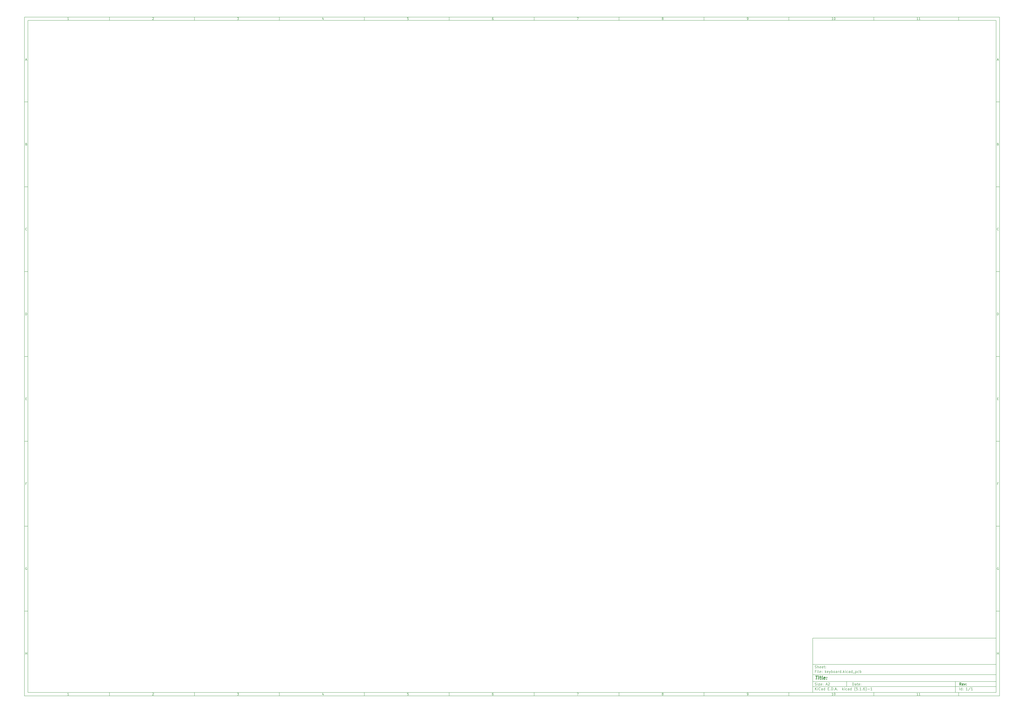
<source format=gbr>
G04 #@! TF.GenerationSoftware,KiCad,Pcbnew,(5.1.6)-1*
G04 #@! TF.CreationDate,2020-10-04T22:42:35-04:00*
G04 #@! TF.ProjectId,keyboard,6b657962-6f61-4726-942e-6b696361645f,rev?*
G04 #@! TF.SameCoordinates,Original*
G04 #@! TF.FileFunction,Glue,Top*
G04 #@! TF.FilePolarity,Positive*
%FSLAX46Y46*%
G04 Gerber Fmt 4.6, Leading zero omitted, Abs format (unit mm)*
G04 Created by KiCad (PCBNEW (5.1.6)-1) date 2020-10-04 22:42:35*
%MOMM*%
%LPD*%
G01*
G04 APERTURE LIST*
%ADD10C,0.100000*%
%ADD11C,0.150000*%
%ADD12C,0.300000*%
%ADD13C,0.400000*%
G04 APERTURE END LIST*
D10*
D11*
X474004400Y-375989000D02*
X474004400Y-407989000D01*
X582004400Y-407989000D01*
X582004400Y-375989000D01*
X474004400Y-375989000D01*
D10*
D11*
X10000000Y-10000000D02*
X10000000Y-409989000D01*
X584004400Y-409989000D01*
X584004400Y-10000000D01*
X10000000Y-10000000D01*
D10*
D11*
X12000000Y-12000000D02*
X12000000Y-407989000D01*
X582004400Y-407989000D01*
X582004400Y-12000000D01*
X12000000Y-12000000D01*
D10*
D11*
X60000000Y-12000000D02*
X60000000Y-10000000D01*
D10*
D11*
X110000000Y-12000000D02*
X110000000Y-10000000D01*
D10*
D11*
X160000000Y-12000000D02*
X160000000Y-10000000D01*
D10*
D11*
X210000000Y-12000000D02*
X210000000Y-10000000D01*
D10*
D11*
X260000000Y-12000000D02*
X260000000Y-10000000D01*
D10*
D11*
X310000000Y-12000000D02*
X310000000Y-10000000D01*
D10*
D11*
X360000000Y-12000000D02*
X360000000Y-10000000D01*
D10*
D11*
X410000000Y-12000000D02*
X410000000Y-10000000D01*
D10*
D11*
X460000000Y-12000000D02*
X460000000Y-10000000D01*
D10*
D11*
X510000000Y-12000000D02*
X510000000Y-10000000D01*
D10*
D11*
X560000000Y-12000000D02*
X560000000Y-10000000D01*
D10*
D11*
X36065476Y-11588095D02*
X35322619Y-11588095D01*
X35694047Y-11588095D02*
X35694047Y-10288095D01*
X35570238Y-10473809D01*
X35446428Y-10597619D01*
X35322619Y-10659523D01*
D10*
D11*
X85322619Y-10411904D02*
X85384523Y-10350000D01*
X85508333Y-10288095D01*
X85817857Y-10288095D01*
X85941666Y-10350000D01*
X86003571Y-10411904D01*
X86065476Y-10535714D01*
X86065476Y-10659523D01*
X86003571Y-10845238D01*
X85260714Y-11588095D01*
X86065476Y-11588095D01*
D10*
D11*
X135260714Y-10288095D02*
X136065476Y-10288095D01*
X135632142Y-10783333D01*
X135817857Y-10783333D01*
X135941666Y-10845238D01*
X136003571Y-10907142D01*
X136065476Y-11030952D01*
X136065476Y-11340476D01*
X136003571Y-11464285D01*
X135941666Y-11526190D01*
X135817857Y-11588095D01*
X135446428Y-11588095D01*
X135322619Y-11526190D01*
X135260714Y-11464285D01*
D10*
D11*
X185941666Y-10721428D02*
X185941666Y-11588095D01*
X185632142Y-10226190D02*
X185322619Y-11154761D01*
X186127380Y-11154761D01*
D10*
D11*
X236003571Y-10288095D02*
X235384523Y-10288095D01*
X235322619Y-10907142D01*
X235384523Y-10845238D01*
X235508333Y-10783333D01*
X235817857Y-10783333D01*
X235941666Y-10845238D01*
X236003571Y-10907142D01*
X236065476Y-11030952D01*
X236065476Y-11340476D01*
X236003571Y-11464285D01*
X235941666Y-11526190D01*
X235817857Y-11588095D01*
X235508333Y-11588095D01*
X235384523Y-11526190D01*
X235322619Y-11464285D01*
D10*
D11*
X285941666Y-10288095D02*
X285694047Y-10288095D01*
X285570238Y-10350000D01*
X285508333Y-10411904D01*
X285384523Y-10597619D01*
X285322619Y-10845238D01*
X285322619Y-11340476D01*
X285384523Y-11464285D01*
X285446428Y-11526190D01*
X285570238Y-11588095D01*
X285817857Y-11588095D01*
X285941666Y-11526190D01*
X286003571Y-11464285D01*
X286065476Y-11340476D01*
X286065476Y-11030952D01*
X286003571Y-10907142D01*
X285941666Y-10845238D01*
X285817857Y-10783333D01*
X285570238Y-10783333D01*
X285446428Y-10845238D01*
X285384523Y-10907142D01*
X285322619Y-11030952D01*
D10*
D11*
X335260714Y-10288095D02*
X336127380Y-10288095D01*
X335570238Y-11588095D01*
D10*
D11*
X385570238Y-10845238D02*
X385446428Y-10783333D01*
X385384523Y-10721428D01*
X385322619Y-10597619D01*
X385322619Y-10535714D01*
X385384523Y-10411904D01*
X385446428Y-10350000D01*
X385570238Y-10288095D01*
X385817857Y-10288095D01*
X385941666Y-10350000D01*
X386003571Y-10411904D01*
X386065476Y-10535714D01*
X386065476Y-10597619D01*
X386003571Y-10721428D01*
X385941666Y-10783333D01*
X385817857Y-10845238D01*
X385570238Y-10845238D01*
X385446428Y-10907142D01*
X385384523Y-10969047D01*
X385322619Y-11092857D01*
X385322619Y-11340476D01*
X385384523Y-11464285D01*
X385446428Y-11526190D01*
X385570238Y-11588095D01*
X385817857Y-11588095D01*
X385941666Y-11526190D01*
X386003571Y-11464285D01*
X386065476Y-11340476D01*
X386065476Y-11092857D01*
X386003571Y-10969047D01*
X385941666Y-10907142D01*
X385817857Y-10845238D01*
D10*
D11*
X435446428Y-11588095D02*
X435694047Y-11588095D01*
X435817857Y-11526190D01*
X435879761Y-11464285D01*
X436003571Y-11278571D01*
X436065476Y-11030952D01*
X436065476Y-10535714D01*
X436003571Y-10411904D01*
X435941666Y-10350000D01*
X435817857Y-10288095D01*
X435570238Y-10288095D01*
X435446428Y-10350000D01*
X435384523Y-10411904D01*
X435322619Y-10535714D01*
X435322619Y-10845238D01*
X435384523Y-10969047D01*
X435446428Y-11030952D01*
X435570238Y-11092857D01*
X435817857Y-11092857D01*
X435941666Y-11030952D01*
X436003571Y-10969047D01*
X436065476Y-10845238D01*
D10*
D11*
X486065476Y-11588095D02*
X485322619Y-11588095D01*
X485694047Y-11588095D02*
X485694047Y-10288095D01*
X485570238Y-10473809D01*
X485446428Y-10597619D01*
X485322619Y-10659523D01*
X486870238Y-10288095D02*
X486994047Y-10288095D01*
X487117857Y-10350000D01*
X487179761Y-10411904D01*
X487241666Y-10535714D01*
X487303571Y-10783333D01*
X487303571Y-11092857D01*
X487241666Y-11340476D01*
X487179761Y-11464285D01*
X487117857Y-11526190D01*
X486994047Y-11588095D01*
X486870238Y-11588095D01*
X486746428Y-11526190D01*
X486684523Y-11464285D01*
X486622619Y-11340476D01*
X486560714Y-11092857D01*
X486560714Y-10783333D01*
X486622619Y-10535714D01*
X486684523Y-10411904D01*
X486746428Y-10350000D01*
X486870238Y-10288095D01*
D10*
D11*
X536065476Y-11588095D02*
X535322619Y-11588095D01*
X535694047Y-11588095D02*
X535694047Y-10288095D01*
X535570238Y-10473809D01*
X535446428Y-10597619D01*
X535322619Y-10659523D01*
X537303571Y-11588095D02*
X536560714Y-11588095D01*
X536932142Y-11588095D02*
X536932142Y-10288095D01*
X536808333Y-10473809D01*
X536684523Y-10597619D01*
X536560714Y-10659523D01*
D10*
D11*
X60000000Y-407989000D02*
X60000000Y-409989000D01*
D10*
D11*
X110000000Y-407989000D02*
X110000000Y-409989000D01*
D10*
D11*
X160000000Y-407989000D02*
X160000000Y-409989000D01*
D10*
D11*
X210000000Y-407989000D02*
X210000000Y-409989000D01*
D10*
D11*
X260000000Y-407989000D02*
X260000000Y-409989000D01*
D10*
D11*
X310000000Y-407989000D02*
X310000000Y-409989000D01*
D10*
D11*
X360000000Y-407989000D02*
X360000000Y-409989000D01*
D10*
D11*
X410000000Y-407989000D02*
X410000000Y-409989000D01*
D10*
D11*
X460000000Y-407989000D02*
X460000000Y-409989000D01*
D10*
D11*
X510000000Y-407989000D02*
X510000000Y-409989000D01*
D10*
D11*
X560000000Y-407989000D02*
X560000000Y-409989000D01*
D10*
D11*
X36065476Y-409577095D02*
X35322619Y-409577095D01*
X35694047Y-409577095D02*
X35694047Y-408277095D01*
X35570238Y-408462809D01*
X35446428Y-408586619D01*
X35322619Y-408648523D01*
D10*
D11*
X85322619Y-408400904D02*
X85384523Y-408339000D01*
X85508333Y-408277095D01*
X85817857Y-408277095D01*
X85941666Y-408339000D01*
X86003571Y-408400904D01*
X86065476Y-408524714D01*
X86065476Y-408648523D01*
X86003571Y-408834238D01*
X85260714Y-409577095D01*
X86065476Y-409577095D01*
D10*
D11*
X135260714Y-408277095D02*
X136065476Y-408277095D01*
X135632142Y-408772333D01*
X135817857Y-408772333D01*
X135941666Y-408834238D01*
X136003571Y-408896142D01*
X136065476Y-409019952D01*
X136065476Y-409329476D01*
X136003571Y-409453285D01*
X135941666Y-409515190D01*
X135817857Y-409577095D01*
X135446428Y-409577095D01*
X135322619Y-409515190D01*
X135260714Y-409453285D01*
D10*
D11*
X185941666Y-408710428D02*
X185941666Y-409577095D01*
X185632142Y-408215190D02*
X185322619Y-409143761D01*
X186127380Y-409143761D01*
D10*
D11*
X236003571Y-408277095D02*
X235384523Y-408277095D01*
X235322619Y-408896142D01*
X235384523Y-408834238D01*
X235508333Y-408772333D01*
X235817857Y-408772333D01*
X235941666Y-408834238D01*
X236003571Y-408896142D01*
X236065476Y-409019952D01*
X236065476Y-409329476D01*
X236003571Y-409453285D01*
X235941666Y-409515190D01*
X235817857Y-409577095D01*
X235508333Y-409577095D01*
X235384523Y-409515190D01*
X235322619Y-409453285D01*
D10*
D11*
X285941666Y-408277095D02*
X285694047Y-408277095D01*
X285570238Y-408339000D01*
X285508333Y-408400904D01*
X285384523Y-408586619D01*
X285322619Y-408834238D01*
X285322619Y-409329476D01*
X285384523Y-409453285D01*
X285446428Y-409515190D01*
X285570238Y-409577095D01*
X285817857Y-409577095D01*
X285941666Y-409515190D01*
X286003571Y-409453285D01*
X286065476Y-409329476D01*
X286065476Y-409019952D01*
X286003571Y-408896142D01*
X285941666Y-408834238D01*
X285817857Y-408772333D01*
X285570238Y-408772333D01*
X285446428Y-408834238D01*
X285384523Y-408896142D01*
X285322619Y-409019952D01*
D10*
D11*
X335260714Y-408277095D02*
X336127380Y-408277095D01*
X335570238Y-409577095D01*
D10*
D11*
X385570238Y-408834238D02*
X385446428Y-408772333D01*
X385384523Y-408710428D01*
X385322619Y-408586619D01*
X385322619Y-408524714D01*
X385384523Y-408400904D01*
X385446428Y-408339000D01*
X385570238Y-408277095D01*
X385817857Y-408277095D01*
X385941666Y-408339000D01*
X386003571Y-408400904D01*
X386065476Y-408524714D01*
X386065476Y-408586619D01*
X386003571Y-408710428D01*
X385941666Y-408772333D01*
X385817857Y-408834238D01*
X385570238Y-408834238D01*
X385446428Y-408896142D01*
X385384523Y-408958047D01*
X385322619Y-409081857D01*
X385322619Y-409329476D01*
X385384523Y-409453285D01*
X385446428Y-409515190D01*
X385570238Y-409577095D01*
X385817857Y-409577095D01*
X385941666Y-409515190D01*
X386003571Y-409453285D01*
X386065476Y-409329476D01*
X386065476Y-409081857D01*
X386003571Y-408958047D01*
X385941666Y-408896142D01*
X385817857Y-408834238D01*
D10*
D11*
X435446428Y-409577095D02*
X435694047Y-409577095D01*
X435817857Y-409515190D01*
X435879761Y-409453285D01*
X436003571Y-409267571D01*
X436065476Y-409019952D01*
X436065476Y-408524714D01*
X436003571Y-408400904D01*
X435941666Y-408339000D01*
X435817857Y-408277095D01*
X435570238Y-408277095D01*
X435446428Y-408339000D01*
X435384523Y-408400904D01*
X435322619Y-408524714D01*
X435322619Y-408834238D01*
X435384523Y-408958047D01*
X435446428Y-409019952D01*
X435570238Y-409081857D01*
X435817857Y-409081857D01*
X435941666Y-409019952D01*
X436003571Y-408958047D01*
X436065476Y-408834238D01*
D10*
D11*
X486065476Y-409577095D02*
X485322619Y-409577095D01*
X485694047Y-409577095D02*
X485694047Y-408277095D01*
X485570238Y-408462809D01*
X485446428Y-408586619D01*
X485322619Y-408648523D01*
X486870238Y-408277095D02*
X486994047Y-408277095D01*
X487117857Y-408339000D01*
X487179761Y-408400904D01*
X487241666Y-408524714D01*
X487303571Y-408772333D01*
X487303571Y-409081857D01*
X487241666Y-409329476D01*
X487179761Y-409453285D01*
X487117857Y-409515190D01*
X486994047Y-409577095D01*
X486870238Y-409577095D01*
X486746428Y-409515190D01*
X486684523Y-409453285D01*
X486622619Y-409329476D01*
X486560714Y-409081857D01*
X486560714Y-408772333D01*
X486622619Y-408524714D01*
X486684523Y-408400904D01*
X486746428Y-408339000D01*
X486870238Y-408277095D01*
D10*
D11*
X536065476Y-409577095D02*
X535322619Y-409577095D01*
X535694047Y-409577095D02*
X535694047Y-408277095D01*
X535570238Y-408462809D01*
X535446428Y-408586619D01*
X535322619Y-408648523D01*
X537303571Y-409577095D02*
X536560714Y-409577095D01*
X536932142Y-409577095D02*
X536932142Y-408277095D01*
X536808333Y-408462809D01*
X536684523Y-408586619D01*
X536560714Y-408648523D01*
D10*
D11*
X10000000Y-60000000D02*
X12000000Y-60000000D01*
D10*
D11*
X10000000Y-110000000D02*
X12000000Y-110000000D01*
D10*
D11*
X10000000Y-160000000D02*
X12000000Y-160000000D01*
D10*
D11*
X10000000Y-210000000D02*
X12000000Y-210000000D01*
D10*
D11*
X10000000Y-260000000D02*
X12000000Y-260000000D01*
D10*
D11*
X10000000Y-310000000D02*
X12000000Y-310000000D01*
D10*
D11*
X10000000Y-360000000D02*
X12000000Y-360000000D01*
D10*
D11*
X10690476Y-35216666D02*
X11309523Y-35216666D01*
X10566666Y-35588095D02*
X11000000Y-34288095D01*
X11433333Y-35588095D01*
D10*
D11*
X11092857Y-84907142D02*
X11278571Y-84969047D01*
X11340476Y-85030952D01*
X11402380Y-85154761D01*
X11402380Y-85340476D01*
X11340476Y-85464285D01*
X11278571Y-85526190D01*
X11154761Y-85588095D01*
X10659523Y-85588095D01*
X10659523Y-84288095D01*
X11092857Y-84288095D01*
X11216666Y-84350000D01*
X11278571Y-84411904D01*
X11340476Y-84535714D01*
X11340476Y-84659523D01*
X11278571Y-84783333D01*
X11216666Y-84845238D01*
X11092857Y-84907142D01*
X10659523Y-84907142D01*
D10*
D11*
X11402380Y-135464285D02*
X11340476Y-135526190D01*
X11154761Y-135588095D01*
X11030952Y-135588095D01*
X10845238Y-135526190D01*
X10721428Y-135402380D01*
X10659523Y-135278571D01*
X10597619Y-135030952D01*
X10597619Y-134845238D01*
X10659523Y-134597619D01*
X10721428Y-134473809D01*
X10845238Y-134350000D01*
X11030952Y-134288095D01*
X11154761Y-134288095D01*
X11340476Y-134350000D01*
X11402380Y-134411904D01*
D10*
D11*
X10659523Y-185588095D02*
X10659523Y-184288095D01*
X10969047Y-184288095D01*
X11154761Y-184350000D01*
X11278571Y-184473809D01*
X11340476Y-184597619D01*
X11402380Y-184845238D01*
X11402380Y-185030952D01*
X11340476Y-185278571D01*
X11278571Y-185402380D01*
X11154761Y-185526190D01*
X10969047Y-185588095D01*
X10659523Y-185588095D01*
D10*
D11*
X10721428Y-234907142D02*
X11154761Y-234907142D01*
X11340476Y-235588095D02*
X10721428Y-235588095D01*
X10721428Y-234288095D01*
X11340476Y-234288095D01*
D10*
D11*
X11185714Y-284907142D02*
X10752380Y-284907142D01*
X10752380Y-285588095D02*
X10752380Y-284288095D01*
X11371428Y-284288095D01*
D10*
D11*
X11340476Y-334350000D02*
X11216666Y-334288095D01*
X11030952Y-334288095D01*
X10845238Y-334350000D01*
X10721428Y-334473809D01*
X10659523Y-334597619D01*
X10597619Y-334845238D01*
X10597619Y-335030952D01*
X10659523Y-335278571D01*
X10721428Y-335402380D01*
X10845238Y-335526190D01*
X11030952Y-335588095D01*
X11154761Y-335588095D01*
X11340476Y-335526190D01*
X11402380Y-335464285D01*
X11402380Y-335030952D01*
X11154761Y-335030952D01*
D10*
D11*
X10628571Y-385588095D02*
X10628571Y-384288095D01*
X10628571Y-384907142D02*
X11371428Y-384907142D01*
X11371428Y-385588095D02*
X11371428Y-384288095D01*
D10*
D11*
X584004400Y-60000000D02*
X582004400Y-60000000D01*
D10*
D11*
X584004400Y-110000000D02*
X582004400Y-110000000D01*
D10*
D11*
X584004400Y-160000000D02*
X582004400Y-160000000D01*
D10*
D11*
X584004400Y-210000000D02*
X582004400Y-210000000D01*
D10*
D11*
X584004400Y-260000000D02*
X582004400Y-260000000D01*
D10*
D11*
X584004400Y-310000000D02*
X582004400Y-310000000D01*
D10*
D11*
X584004400Y-360000000D02*
X582004400Y-360000000D01*
D10*
D11*
X582694876Y-35216666D02*
X583313923Y-35216666D01*
X582571066Y-35588095D02*
X583004400Y-34288095D01*
X583437733Y-35588095D01*
D10*
D11*
X583097257Y-84907142D02*
X583282971Y-84969047D01*
X583344876Y-85030952D01*
X583406780Y-85154761D01*
X583406780Y-85340476D01*
X583344876Y-85464285D01*
X583282971Y-85526190D01*
X583159161Y-85588095D01*
X582663923Y-85588095D01*
X582663923Y-84288095D01*
X583097257Y-84288095D01*
X583221066Y-84350000D01*
X583282971Y-84411904D01*
X583344876Y-84535714D01*
X583344876Y-84659523D01*
X583282971Y-84783333D01*
X583221066Y-84845238D01*
X583097257Y-84907142D01*
X582663923Y-84907142D01*
D10*
D11*
X583406780Y-135464285D02*
X583344876Y-135526190D01*
X583159161Y-135588095D01*
X583035352Y-135588095D01*
X582849638Y-135526190D01*
X582725828Y-135402380D01*
X582663923Y-135278571D01*
X582602019Y-135030952D01*
X582602019Y-134845238D01*
X582663923Y-134597619D01*
X582725828Y-134473809D01*
X582849638Y-134350000D01*
X583035352Y-134288095D01*
X583159161Y-134288095D01*
X583344876Y-134350000D01*
X583406780Y-134411904D01*
D10*
D11*
X582663923Y-185588095D02*
X582663923Y-184288095D01*
X582973447Y-184288095D01*
X583159161Y-184350000D01*
X583282971Y-184473809D01*
X583344876Y-184597619D01*
X583406780Y-184845238D01*
X583406780Y-185030952D01*
X583344876Y-185278571D01*
X583282971Y-185402380D01*
X583159161Y-185526190D01*
X582973447Y-185588095D01*
X582663923Y-185588095D01*
D10*
D11*
X582725828Y-234907142D02*
X583159161Y-234907142D01*
X583344876Y-235588095D02*
X582725828Y-235588095D01*
X582725828Y-234288095D01*
X583344876Y-234288095D01*
D10*
D11*
X583190114Y-284907142D02*
X582756780Y-284907142D01*
X582756780Y-285588095D02*
X582756780Y-284288095D01*
X583375828Y-284288095D01*
D10*
D11*
X583344876Y-334350000D02*
X583221066Y-334288095D01*
X583035352Y-334288095D01*
X582849638Y-334350000D01*
X582725828Y-334473809D01*
X582663923Y-334597619D01*
X582602019Y-334845238D01*
X582602019Y-335030952D01*
X582663923Y-335278571D01*
X582725828Y-335402380D01*
X582849638Y-335526190D01*
X583035352Y-335588095D01*
X583159161Y-335588095D01*
X583344876Y-335526190D01*
X583406780Y-335464285D01*
X583406780Y-335030952D01*
X583159161Y-335030952D01*
D10*
D11*
X582632971Y-385588095D02*
X582632971Y-384288095D01*
X582632971Y-384907142D02*
X583375828Y-384907142D01*
X583375828Y-385588095D02*
X583375828Y-384288095D01*
D10*
D11*
X497436542Y-403767571D02*
X497436542Y-402267571D01*
X497793685Y-402267571D01*
X498007971Y-402339000D01*
X498150828Y-402481857D01*
X498222257Y-402624714D01*
X498293685Y-402910428D01*
X498293685Y-403124714D01*
X498222257Y-403410428D01*
X498150828Y-403553285D01*
X498007971Y-403696142D01*
X497793685Y-403767571D01*
X497436542Y-403767571D01*
X499579400Y-403767571D02*
X499579400Y-402981857D01*
X499507971Y-402839000D01*
X499365114Y-402767571D01*
X499079400Y-402767571D01*
X498936542Y-402839000D01*
X499579400Y-403696142D02*
X499436542Y-403767571D01*
X499079400Y-403767571D01*
X498936542Y-403696142D01*
X498865114Y-403553285D01*
X498865114Y-403410428D01*
X498936542Y-403267571D01*
X499079400Y-403196142D01*
X499436542Y-403196142D01*
X499579400Y-403124714D01*
X500079400Y-402767571D02*
X500650828Y-402767571D01*
X500293685Y-402267571D02*
X500293685Y-403553285D01*
X500365114Y-403696142D01*
X500507971Y-403767571D01*
X500650828Y-403767571D01*
X501722257Y-403696142D02*
X501579400Y-403767571D01*
X501293685Y-403767571D01*
X501150828Y-403696142D01*
X501079400Y-403553285D01*
X501079400Y-402981857D01*
X501150828Y-402839000D01*
X501293685Y-402767571D01*
X501579400Y-402767571D01*
X501722257Y-402839000D01*
X501793685Y-402981857D01*
X501793685Y-403124714D01*
X501079400Y-403267571D01*
X502436542Y-403624714D02*
X502507971Y-403696142D01*
X502436542Y-403767571D01*
X502365114Y-403696142D01*
X502436542Y-403624714D01*
X502436542Y-403767571D01*
X502436542Y-402839000D02*
X502507971Y-402910428D01*
X502436542Y-402981857D01*
X502365114Y-402910428D01*
X502436542Y-402839000D01*
X502436542Y-402981857D01*
D10*
D11*
X474004400Y-404489000D02*
X582004400Y-404489000D01*
D10*
D11*
X475436542Y-406567571D02*
X475436542Y-405067571D01*
X476293685Y-406567571D02*
X475650828Y-405710428D01*
X476293685Y-405067571D02*
X475436542Y-405924714D01*
X476936542Y-406567571D02*
X476936542Y-405567571D01*
X476936542Y-405067571D02*
X476865114Y-405139000D01*
X476936542Y-405210428D01*
X477007971Y-405139000D01*
X476936542Y-405067571D01*
X476936542Y-405210428D01*
X478507971Y-406424714D02*
X478436542Y-406496142D01*
X478222257Y-406567571D01*
X478079400Y-406567571D01*
X477865114Y-406496142D01*
X477722257Y-406353285D01*
X477650828Y-406210428D01*
X477579400Y-405924714D01*
X477579400Y-405710428D01*
X477650828Y-405424714D01*
X477722257Y-405281857D01*
X477865114Y-405139000D01*
X478079400Y-405067571D01*
X478222257Y-405067571D01*
X478436542Y-405139000D01*
X478507971Y-405210428D01*
X479793685Y-406567571D02*
X479793685Y-405781857D01*
X479722257Y-405639000D01*
X479579400Y-405567571D01*
X479293685Y-405567571D01*
X479150828Y-405639000D01*
X479793685Y-406496142D02*
X479650828Y-406567571D01*
X479293685Y-406567571D01*
X479150828Y-406496142D01*
X479079400Y-406353285D01*
X479079400Y-406210428D01*
X479150828Y-406067571D01*
X479293685Y-405996142D01*
X479650828Y-405996142D01*
X479793685Y-405924714D01*
X481150828Y-406567571D02*
X481150828Y-405067571D01*
X481150828Y-406496142D02*
X481007971Y-406567571D01*
X480722257Y-406567571D01*
X480579400Y-406496142D01*
X480507971Y-406424714D01*
X480436542Y-406281857D01*
X480436542Y-405853285D01*
X480507971Y-405710428D01*
X480579400Y-405639000D01*
X480722257Y-405567571D01*
X481007971Y-405567571D01*
X481150828Y-405639000D01*
X483007971Y-405781857D02*
X483507971Y-405781857D01*
X483722257Y-406567571D02*
X483007971Y-406567571D01*
X483007971Y-405067571D01*
X483722257Y-405067571D01*
X484365114Y-406424714D02*
X484436542Y-406496142D01*
X484365114Y-406567571D01*
X484293685Y-406496142D01*
X484365114Y-406424714D01*
X484365114Y-406567571D01*
X485079400Y-406567571D02*
X485079400Y-405067571D01*
X485436542Y-405067571D01*
X485650828Y-405139000D01*
X485793685Y-405281857D01*
X485865114Y-405424714D01*
X485936542Y-405710428D01*
X485936542Y-405924714D01*
X485865114Y-406210428D01*
X485793685Y-406353285D01*
X485650828Y-406496142D01*
X485436542Y-406567571D01*
X485079400Y-406567571D01*
X486579400Y-406424714D02*
X486650828Y-406496142D01*
X486579400Y-406567571D01*
X486507971Y-406496142D01*
X486579400Y-406424714D01*
X486579400Y-406567571D01*
X487222257Y-406139000D02*
X487936542Y-406139000D01*
X487079400Y-406567571D02*
X487579400Y-405067571D01*
X488079400Y-406567571D01*
X488579400Y-406424714D02*
X488650828Y-406496142D01*
X488579400Y-406567571D01*
X488507971Y-406496142D01*
X488579400Y-406424714D01*
X488579400Y-406567571D01*
X491579400Y-406567571D02*
X491579400Y-405067571D01*
X491722257Y-405996142D02*
X492150828Y-406567571D01*
X492150828Y-405567571D02*
X491579400Y-406139000D01*
X492793685Y-406567571D02*
X492793685Y-405567571D01*
X492793685Y-405067571D02*
X492722257Y-405139000D01*
X492793685Y-405210428D01*
X492865114Y-405139000D01*
X492793685Y-405067571D01*
X492793685Y-405210428D01*
X494150828Y-406496142D02*
X494007971Y-406567571D01*
X493722257Y-406567571D01*
X493579400Y-406496142D01*
X493507971Y-406424714D01*
X493436542Y-406281857D01*
X493436542Y-405853285D01*
X493507971Y-405710428D01*
X493579400Y-405639000D01*
X493722257Y-405567571D01*
X494007971Y-405567571D01*
X494150828Y-405639000D01*
X495436542Y-406567571D02*
X495436542Y-405781857D01*
X495365114Y-405639000D01*
X495222257Y-405567571D01*
X494936542Y-405567571D01*
X494793685Y-405639000D01*
X495436542Y-406496142D02*
X495293685Y-406567571D01*
X494936542Y-406567571D01*
X494793685Y-406496142D01*
X494722257Y-406353285D01*
X494722257Y-406210428D01*
X494793685Y-406067571D01*
X494936542Y-405996142D01*
X495293685Y-405996142D01*
X495436542Y-405924714D01*
X496793685Y-406567571D02*
X496793685Y-405067571D01*
X496793685Y-406496142D02*
X496650828Y-406567571D01*
X496365114Y-406567571D01*
X496222257Y-406496142D01*
X496150828Y-406424714D01*
X496079400Y-406281857D01*
X496079400Y-405853285D01*
X496150828Y-405710428D01*
X496222257Y-405639000D01*
X496365114Y-405567571D01*
X496650828Y-405567571D01*
X496793685Y-405639000D01*
X499079400Y-407139000D02*
X499007971Y-407067571D01*
X498865114Y-406853285D01*
X498793685Y-406710428D01*
X498722257Y-406496142D01*
X498650828Y-406139000D01*
X498650828Y-405853285D01*
X498722257Y-405496142D01*
X498793685Y-405281857D01*
X498865114Y-405139000D01*
X499007971Y-404924714D01*
X499079400Y-404853285D01*
X500365114Y-405067571D02*
X499650828Y-405067571D01*
X499579400Y-405781857D01*
X499650828Y-405710428D01*
X499793685Y-405639000D01*
X500150828Y-405639000D01*
X500293685Y-405710428D01*
X500365114Y-405781857D01*
X500436542Y-405924714D01*
X500436542Y-406281857D01*
X500365114Y-406424714D01*
X500293685Y-406496142D01*
X500150828Y-406567571D01*
X499793685Y-406567571D01*
X499650828Y-406496142D01*
X499579400Y-406424714D01*
X501079400Y-406424714D02*
X501150828Y-406496142D01*
X501079400Y-406567571D01*
X501007971Y-406496142D01*
X501079400Y-406424714D01*
X501079400Y-406567571D01*
X502579400Y-406567571D02*
X501722257Y-406567571D01*
X502150828Y-406567571D02*
X502150828Y-405067571D01*
X502007971Y-405281857D01*
X501865114Y-405424714D01*
X501722257Y-405496142D01*
X503222257Y-406424714D02*
X503293685Y-406496142D01*
X503222257Y-406567571D01*
X503150828Y-406496142D01*
X503222257Y-406424714D01*
X503222257Y-406567571D01*
X504579400Y-405067571D02*
X504293685Y-405067571D01*
X504150828Y-405139000D01*
X504079400Y-405210428D01*
X503936542Y-405424714D01*
X503865114Y-405710428D01*
X503865114Y-406281857D01*
X503936542Y-406424714D01*
X504007971Y-406496142D01*
X504150828Y-406567571D01*
X504436542Y-406567571D01*
X504579400Y-406496142D01*
X504650828Y-406424714D01*
X504722257Y-406281857D01*
X504722257Y-405924714D01*
X504650828Y-405781857D01*
X504579400Y-405710428D01*
X504436542Y-405639000D01*
X504150828Y-405639000D01*
X504007971Y-405710428D01*
X503936542Y-405781857D01*
X503865114Y-405924714D01*
X505222257Y-407139000D02*
X505293685Y-407067571D01*
X505436542Y-406853285D01*
X505507971Y-406710428D01*
X505579400Y-406496142D01*
X505650828Y-406139000D01*
X505650828Y-405853285D01*
X505579400Y-405496142D01*
X505507971Y-405281857D01*
X505436542Y-405139000D01*
X505293685Y-404924714D01*
X505222257Y-404853285D01*
X506365114Y-405996142D02*
X507507971Y-405996142D01*
X509007971Y-406567571D02*
X508150828Y-406567571D01*
X508579400Y-406567571D02*
X508579400Y-405067571D01*
X508436542Y-405281857D01*
X508293685Y-405424714D01*
X508150828Y-405496142D01*
D10*
D11*
X474004400Y-401489000D02*
X582004400Y-401489000D01*
D10*
D12*
X561413685Y-403767571D02*
X560913685Y-403053285D01*
X560556542Y-403767571D02*
X560556542Y-402267571D01*
X561127971Y-402267571D01*
X561270828Y-402339000D01*
X561342257Y-402410428D01*
X561413685Y-402553285D01*
X561413685Y-402767571D01*
X561342257Y-402910428D01*
X561270828Y-402981857D01*
X561127971Y-403053285D01*
X560556542Y-403053285D01*
X562627971Y-403696142D02*
X562485114Y-403767571D01*
X562199400Y-403767571D01*
X562056542Y-403696142D01*
X561985114Y-403553285D01*
X561985114Y-402981857D01*
X562056542Y-402839000D01*
X562199400Y-402767571D01*
X562485114Y-402767571D01*
X562627971Y-402839000D01*
X562699400Y-402981857D01*
X562699400Y-403124714D01*
X561985114Y-403267571D01*
X563199400Y-402767571D02*
X563556542Y-403767571D01*
X563913685Y-402767571D01*
X564485114Y-403624714D02*
X564556542Y-403696142D01*
X564485114Y-403767571D01*
X564413685Y-403696142D01*
X564485114Y-403624714D01*
X564485114Y-403767571D01*
X564485114Y-402839000D02*
X564556542Y-402910428D01*
X564485114Y-402981857D01*
X564413685Y-402910428D01*
X564485114Y-402839000D01*
X564485114Y-402981857D01*
D10*
D11*
X475365114Y-403696142D02*
X475579400Y-403767571D01*
X475936542Y-403767571D01*
X476079400Y-403696142D01*
X476150828Y-403624714D01*
X476222257Y-403481857D01*
X476222257Y-403339000D01*
X476150828Y-403196142D01*
X476079400Y-403124714D01*
X475936542Y-403053285D01*
X475650828Y-402981857D01*
X475507971Y-402910428D01*
X475436542Y-402839000D01*
X475365114Y-402696142D01*
X475365114Y-402553285D01*
X475436542Y-402410428D01*
X475507971Y-402339000D01*
X475650828Y-402267571D01*
X476007971Y-402267571D01*
X476222257Y-402339000D01*
X476865114Y-403767571D02*
X476865114Y-402767571D01*
X476865114Y-402267571D02*
X476793685Y-402339000D01*
X476865114Y-402410428D01*
X476936542Y-402339000D01*
X476865114Y-402267571D01*
X476865114Y-402410428D01*
X477436542Y-402767571D02*
X478222257Y-402767571D01*
X477436542Y-403767571D01*
X478222257Y-403767571D01*
X479365114Y-403696142D02*
X479222257Y-403767571D01*
X478936542Y-403767571D01*
X478793685Y-403696142D01*
X478722257Y-403553285D01*
X478722257Y-402981857D01*
X478793685Y-402839000D01*
X478936542Y-402767571D01*
X479222257Y-402767571D01*
X479365114Y-402839000D01*
X479436542Y-402981857D01*
X479436542Y-403124714D01*
X478722257Y-403267571D01*
X480079400Y-403624714D02*
X480150828Y-403696142D01*
X480079400Y-403767571D01*
X480007971Y-403696142D01*
X480079400Y-403624714D01*
X480079400Y-403767571D01*
X480079400Y-402839000D02*
X480150828Y-402910428D01*
X480079400Y-402981857D01*
X480007971Y-402910428D01*
X480079400Y-402839000D01*
X480079400Y-402981857D01*
X481865114Y-403339000D02*
X482579400Y-403339000D01*
X481722257Y-403767571D02*
X482222257Y-402267571D01*
X482722257Y-403767571D01*
X483150828Y-402410428D02*
X483222257Y-402339000D01*
X483365114Y-402267571D01*
X483722257Y-402267571D01*
X483865114Y-402339000D01*
X483936542Y-402410428D01*
X484007971Y-402553285D01*
X484007971Y-402696142D01*
X483936542Y-402910428D01*
X483079400Y-403767571D01*
X484007971Y-403767571D01*
D10*
D11*
X560436542Y-406567571D02*
X560436542Y-405067571D01*
X561793685Y-406567571D02*
X561793685Y-405067571D01*
X561793685Y-406496142D02*
X561650828Y-406567571D01*
X561365114Y-406567571D01*
X561222257Y-406496142D01*
X561150828Y-406424714D01*
X561079400Y-406281857D01*
X561079400Y-405853285D01*
X561150828Y-405710428D01*
X561222257Y-405639000D01*
X561365114Y-405567571D01*
X561650828Y-405567571D01*
X561793685Y-405639000D01*
X562507971Y-406424714D02*
X562579400Y-406496142D01*
X562507971Y-406567571D01*
X562436542Y-406496142D01*
X562507971Y-406424714D01*
X562507971Y-406567571D01*
X562507971Y-405639000D02*
X562579400Y-405710428D01*
X562507971Y-405781857D01*
X562436542Y-405710428D01*
X562507971Y-405639000D01*
X562507971Y-405781857D01*
X565150828Y-406567571D02*
X564293685Y-406567571D01*
X564722257Y-406567571D02*
X564722257Y-405067571D01*
X564579400Y-405281857D01*
X564436542Y-405424714D01*
X564293685Y-405496142D01*
X566865114Y-404996142D02*
X565579400Y-406924714D01*
X568150828Y-406567571D02*
X567293685Y-406567571D01*
X567722257Y-406567571D02*
X567722257Y-405067571D01*
X567579400Y-405281857D01*
X567436542Y-405424714D01*
X567293685Y-405496142D01*
D10*
D11*
X474004400Y-397489000D02*
X582004400Y-397489000D01*
D10*
D13*
X475716780Y-398193761D02*
X476859638Y-398193761D01*
X476038209Y-400193761D02*
X476288209Y-398193761D01*
X477276304Y-400193761D02*
X477442971Y-398860428D01*
X477526304Y-398193761D02*
X477419161Y-398289000D01*
X477502495Y-398384238D01*
X477609638Y-398289000D01*
X477526304Y-398193761D01*
X477502495Y-398384238D01*
X478109638Y-398860428D02*
X478871542Y-398860428D01*
X478478685Y-398193761D02*
X478264400Y-399908047D01*
X478335828Y-400098523D01*
X478514400Y-400193761D01*
X478704876Y-400193761D01*
X479657257Y-400193761D02*
X479478685Y-400098523D01*
X479407257Y-399908047D01*
X479621542Y-398193761D01*
X481192971Y-400098523D02*
X480990590Y-400193761D01*
X480609638Y-400193761D01*
X480431066Y-400098523D01*
X480359638Y-399908047D01*
X480454876Y-399146142D01*
X480573923Y-398955666D01*
X480776304Y-398860428D01*
X481157257Y-398860428D01*
X481335828Y-398955666D01*
X481407257Y-399146142D01*
X481383447Y-399336619D01*
X480407257Y-399527095D01*
X482157257Y-400003285D02*
X482240590Y-400098523D01*
X482133447Y-400193761D01*
X482050114Y-400098523D01*
X482157257Y-400003285D01*
X482133447Y-400193761D01*
X482288209Y-398955666D02*
X482371542Y-399050904D01*
X482264400Y-399146142D01*
X482181066Y-399050904D01*
X482288209Y-398955666D01*
X482264400Y-399146142D01*
D10*
D11*
X475936542Y-395581857D02*
X475436542Y-395581857D01*
X475436542Y-396367571D02*
X475436542Y-394867571D01*
X476150828Y-394867571D01*
X476722257Y-396367571D02*
X476722257Y-395367571D01*
X476722257Y-394867571D02*
X476650828Y-394939000D01*
X476722257Y-395010428D01*
X476793685Y-394939000D01*
X476722257Y-394867571D01*
X476722257Y-395010428D01*
X477650828Y-396367571D02*
X477507971Y-396296142D01*
X477436542Y-396153285D01*
X477436542Y-394867571D01*
X478793685Y-396296142D02*
X478650828Y-396367571D01*
X478365114Y-396367571D01*
X478222257Y-396296142D01*
X478150828Y-396153285D01*
X478150828Y-395581857D01*
X478222257Y-395439000D01*
X478365114Y-395367571D01*
X478650828Y-395367571D01*
X478793685Y-395439000D01*
X478865114Y-395581857D01*
X478865114Y-395724714D01*
X478150828Y-395867571D01*
X479507971Y-396224714D02*
X479579400Y-396296142D01*
X479507971Y-396367571D01*
X479436542Y-396296142D01*
X479507971Y-396224714D01*
X479507971Y-396367571D01*
X479507971Y-395439000D02*
X479579400Y-395510428D01*
X479507971Y-395581857D01*
X479436542Y-395510428D01*
X479507971Y-395439000D01*
X479507971Y-395581857D01*
X481365114Y-396367571D02*
X481365114Y-394867571D01*
X481507971Y-395796142D02*
X481936542Y-396367571D01*
X481936542Y-395367571D02*
X481365114Y-395939000D01*
X483150828Y-396296142D02*
X483007971Y-396367571D01*
X482722257Y-396367571D01*
X482579400Y-396296142D01*
X482507971Y-396153285D01*
X482507971Y-395581857D01*
X482579400Y-395439000D01*
X482722257Y-395367571D01*
X483007971Y-395367571D01*
X483150828Y-395439000D01*
X483222257Y-395581857D01*
X483222257Y-395724714D01*
X482507971Y-395867571D01*
X483722257Y-395367571D02*
X484079400Y-396367571D01*
X484436542Y-395367571D02*
X484079400Y-396367571D01*
X483936542Y-396724714D01*
X483865114Y-396796142D01*
X483722257Y-396867571D01*
X485007971Y-396367571D02*
X485007971Y-394867571D01*
X485007971Y-395439000D02*
X485150828Y-395367571D01*
X485436542Y-395367571D01*
X485579400Y-395439000D01*
X485650828Y-395510428D01*
X485722257Y-395653285D01*
X485722257Y-396081857D01*
X485650828Y-396224714D01*
X485579400Y-396296142D01*
X485436542Y-396367571D01*
X485150828Y-396367571D01*
X485007971Y-396296142D01*
X486579400Y-396367571D02*
X486436542Y-396296142D01*
X486365114Y-396224714D01*
X486293685Y-396081857D01*
X486293685Y-395653285D01*
X486365114Y-395510428D01*
X486436542Y-395439000D01*
X486579400Y-395367571D01*
X486793685Y-395367571D01*
X486936542Y-395439000D01*
X487007971Y-395510428D01*
X487079400Y-395653285D01*
X487079400Y-396081857D01*
X487007971Y-396224714D01*
X486936542Y-396296142D01*
X486793685Y-396367571D01*
X486579400Y-396367571D01*
X488365114Y-396367571D02*
X488365114Y-395581857D01*
X488293685Y-395439000D01*
X488150828Y-395367571D01*
X487865114Y-395367571D01*
X487722257Y-395439000D01*
X488365114Y-396296142D02*
X488222257Y-396367571D01*
X487865114Y-396367571D01*
X487722257Y-396296142D01*
X487650828Y-396153285D01*
X487650828Y-396010428D01*
X487722257Y-395867571D01*
X487865114Y-395796142D01*
X488222257Y-395796142D01*
X488365114Y-395724714D01*
X489079400Y-396367571D02*
X489079400Y-395367571D01*
X489079400Y-395653285D02*
X489150828Y-395510428D01*
X489222257Y-395439000D01*
X489365114Y-395367571D01*
X489507971Y-395367571D01*
X490650828Y-396367571D02*
X490650828Y-394867571D01*
X490650828Y-396296142D02*
X490507971Y-396367571D01*
X490222257Y-396367571D01*
X490079400Y-396296142D01*
X490007971Y-396224714D01*
X489936542Y-396081857D01*
X489936542Y-395653285D01*
X490007971Y-395510428D01*
X490079400Y-395439000D01*
X490222257Y-395367571D01*
X490507971Y-395367571D01*
X490650828Y-395439000D01*
X491365114Y-396224714D02*
X491436542Y-396296142D01*
X491365114Y-396367571D01*
X491293685Y-396296142D01*
X491365114Y-396224714D01*
X491365114Y-396367571D01*
X492079400Y-396367571D02*
X492079400Y-394867571D01*
X492222257Y-395796142D02*
X492650828Y-396367571D01*
X492650828Y-395367571D02*
X492079400Y-395939000D01*
X493293685Y-396367571D02*
X493293685Y-395367571D01*
X493293685Y-394867571D02*
X493222257Y-394939000D01*
X493293685Y-395010428D01*
X493365114Y-394939000D01*
X493293685Y-394867571D01*
X493293685Y-395010428D01*
X494650828Y-396296142D02*
X494507971Y-396367571D01*
X494222257Y-396367571D01*
X494079400Y-396296142D01*
X494007971Y-396224714D01*
X493936542Y-396081857D01*
X493936542Y-395653285D01*
X494007971Y-395510428D01*
X494079400Y-395439000D01*
X494222257Y-395367571D01*
X494507971Y-395367571D01*
X494650828Y-395439000D01*
X495936542Y-396367571D02*
X495936542Y-395581857D01*
X495865114Y-395439000D01*
X495722257Y-395367571D01*
X495436542Y-395367571D01*
X495293685Y-395439000D01*
X495936542Y-396296142D02*
X495793685Y-396367571D01*
X495436542Y-396367571D01*
X495293685Y-396296142D01*
X495222257Y-396153285D01*
X495222257Y-396010428D01*
X495293685Y-395867571D01*
X495436542Y-395796142D01*
X495793685Y-395796142D01*
X495936542Y-395724714D01*
X497293685Y-396367571D02*
X497293685Y-394867571D01*
X497293685Y-396296142D02*
X497150828Y-396367571D01*
X496865114Y-396367571D01*
X496722257Y-396296142D01*
X496650828Y-396224714D01*
X496579400Y-396081857D01*
X496579400Y-395653285D01*
X496650828Y-395510428D01*
X496722257Y-395439000D01*
X496865114Y-395367571D01*
X497150828Y-395367571D01*
X497293685Y-395439000D01*
X497650828Y-396510428D02*
X498793685Y-396510428D01*
X499150828Y-395367571D02*
X499150828Y-396867571D01*
X499150828Y-395439000D02*
X499293685Y-395367571D01*
X499579400Y-395367571D01*
X499722257Y-395439000D01*
X499793685Y-395510428D01*
X499865114Y-395653285D01*
X499865114Y-396081857D01*
X499793685Y-396224714D01*
X499722257Y-396296142D01*
X499579400Y-396367571D01*
X499293685Y-396367571D01*
X499150828Y-396296142D01*
X501150828Y-396296142D02*
X501007971Y-396367571D01*
X500722257Y-396367571D01*
X500579400Y-396296142D01*
X500507971Y-396224714D01*
X500436542Y-396081857D01*
X500436542Y-395653285D01*
X500507971Y-395510428D01*
X500579400Y-395439000D01*
X500722257Y-395367571D01*
X501007971Y-395367571D01*
X501150828Y-395439000D01*
X501793685Y-396367571D02*
X501793685Y-394867571D01*
X501793685Y-395439000D02*
X501936542Y-395367571D01*
X502222257Y-395367571D01*
X502365114Y-395439000D01*
X502436542Y-395510428D01*
X502507971Y-395653285D01*
X502507971Y-396081857D01*
X502436542Y-396224714D01*
X502365114Y-396296142D01*
X502222257Y-396367571D01*
X501936542Y-396367571D01*
X501793685Y-396296142D01*
D10*
D11*
X474004400Y-391489000D02*
X582004400Y-391489000D01*
D10*
D11*
X475365114Y-393596142D02*
X475579400Y-393667571D01*
X475936542Y-393667571D01*
X476079400Y-393596142D01*
X476150828Y-393524714D01*
X476222257Y-393381857D01*
X476222257Y-393239000D01*
X476150828Y-393096142D01*
X476079400Y-393024714D01*
X475936542Y-392953285D01*
X475650828Y-392881857D01*
X475507971Y-392810428D01*
X475436542Y-392739000D01*
X475365114Y-392596142D01*
X475365114Y-392453285D01*
X475436542Y-392310428D01*
X475507971Y-392239000D01*
X475650828Y-392167571D01*
X476007971Y-392167571D01*
X476222257Y-392239000D01*
X476865114Y-393667571D02*
X476865114Y-392167571D01*
X477507971Y-393667571D02*
X477507971Y-392881857D01*
X477436542Y-392739000D01*
X477293685Y-392667571D01*
X477079400Y-392667571D01*
X476936542Y-392739000D01*
X476865114Y-392810428D01*
X478793685Y-393596142D02*
X478650828Y-393667571D01*
X478365114Y-393667571D01*
X478222257Y-393596142D01*
X478150828Y-393453285D01*
X478150828Y-392881857D01*
X478222257Y-392739000D01*
X478365114Y-392667571D01*
X478650828Y-392667571D01*
X478793685Y-392739000D01*
X478865114Y-392881857D01*
X478865114Y-393024714D01*
X478150828Y-393167571D01*
X480079400Y-393596142D02*
X479936542Y-393667571D01*
X479650828Y-393667571D01*
X479507971Y-393596142D01*
X479436542Y-393453285D01*
X479436542Y-392881857D01*
X479507971Y-392739000D01*
X479650828Y-392667571D01*
X479936542Y-392667571D01*
X480079400Y-392739000D01*
X480150828Y-392881857D01*
X480150828Y-393024714D01*
X479436542Y-393167571D01*
X480579400Y-392667571D02*
X481150828Y-392667571D01*
X480793685Y-392167571D02*
X480793685Y-393453285D01*
X480865114Y-393596142D01*
X481007971Y-393667571D01*
X481150828Y-393667571D01*
X481650828Y-393524714D02*
X481722257Y-393596142D01*
X481650828Y-393667571D01*
X481579400Y-393596142D01*
X481650828Y-393524714D01*
X481650828Y-393667571D01*
X481650828Y-392739000D02*
X481722257Y-392810428D01*
X481650828Y-392881857D01*
X481579400Y-392810428D01*
X481650828Y-392739000D01*
X481650828Y-392881857D01*
D10*
D11*
X494004400Y-401489000D02*
X494004400Y-404489000D01*
D10*
D11*
X558004400Y-401489000D02*
X558004400Y-407989000D01*
M02*

</source>
